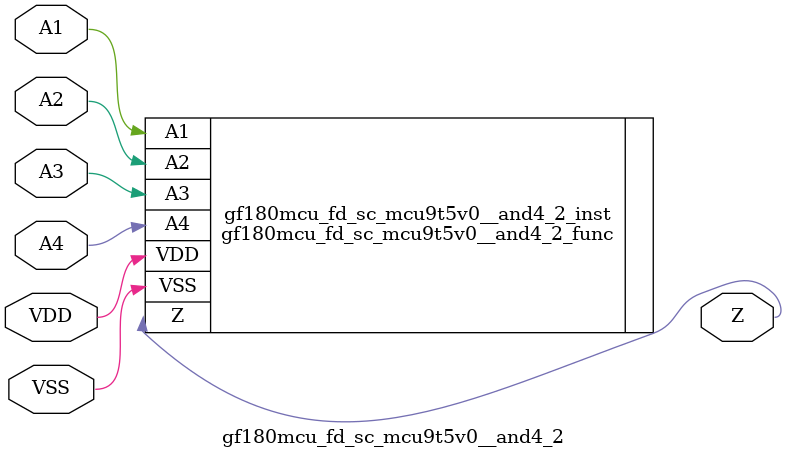
<source format=v>

module gf180mcu_fd_sc_mcu9t5v0__and4_2( A1, A2, A3, A4, Z, VDD, VSS );
input A1, A2, A3, A4;
inout VDD, VSS;
output Z;

   `ifdef FUNCTIONAL  //  functional //

	gf180mcu_fd_sc_mcu9t5v0__and4_2_func gf180mcu_fd_sc_mcu9t5v0__and4_2_behav_inst(.A1(A1),.A2(A2),.A3(A3),.A4(A4),.Z(Z),.VDD(VDD),.VSS(VSS));

   `else

	gf180mcu_fd_sc_mcu9t5v0__and4_2_func gf180mcu_fd_sc_mcu9t5v0__and4_2_inst(.A1(A1),.A2(A2),.A3(A3),.A4(A4),.Z(Z),.VDD(VDD),.VSS(VSS));

	// spec_gates_begin


	// spec_gates_end



   specify

	// specify_block_begin

	// comb arc A1 --> Z
	 (A1 => Z) = (1.0,1.0);

	// comb arc A2 --> Z
	 (A2 => Z) = (1.0,1.0);

	// comb arc A3 --> Z
	 (A3 => Z) = (1.0,1.0);

	// comb arc A4 --> Z
	 (A4 => Z) = (1.0,1.0);

	// specify_block_end

   endspecify

   `endif

endmodule

</source>
